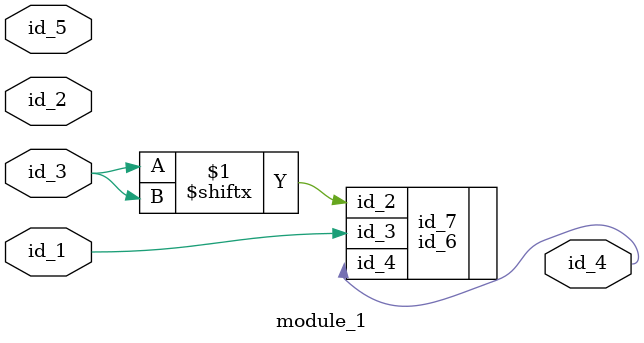
<source format=v>
module module_0 (
    id_1,
    id_2,
    id_3,
    id_4,
    id_5,
    id_6,
    id_7,
    id_8,
    id_9,
    id_10,
    id_11,
    id_12,
    id_13,
    id_14,
    id_15,
    id_16,
    id_17,
    id_18,
    id_19,
    id_20,
    id_21,
    id_22,
    id_23,
    id_24,
    id_25,
    id_26,
    id_27,
    id_28
);
  input id_28;
  output id_27;
  output id_26;
  output id_25;
  input id_24;
  input id_23;
  output id_22;
  input id_21;
  output id_20;
  output id_19;
  output id_18;
  output id_17;
  output id_16;
  input id_15;
  input id_14;
  output id_13;
  input id_12;
  output id_11;
  input id_10;
  input id_9;
  output id_8;
  output id_7;
  input id_6;
  input id_5;
  input id_4;
  input id_3;
  output id_2;
  input id_1;
  id_29 id_30 (
      .id_13(id_27),
      .id_2 (id_13),
      .id_17(id_7)
  );
endmodule
module module_1 (
    id_1,
    id_2,
    id_3,
    id_4,
    id_5
);
  input id_5;
  output id_4;
  input id_3;
  input id_2;
  input id_1;
  id_6 id_7 (
      .id_2(id_3[id_3]),
      .id_3(id_1),
      .id_4(id_5),
      .id_4(id_4)
  );
endmodule

</source>
